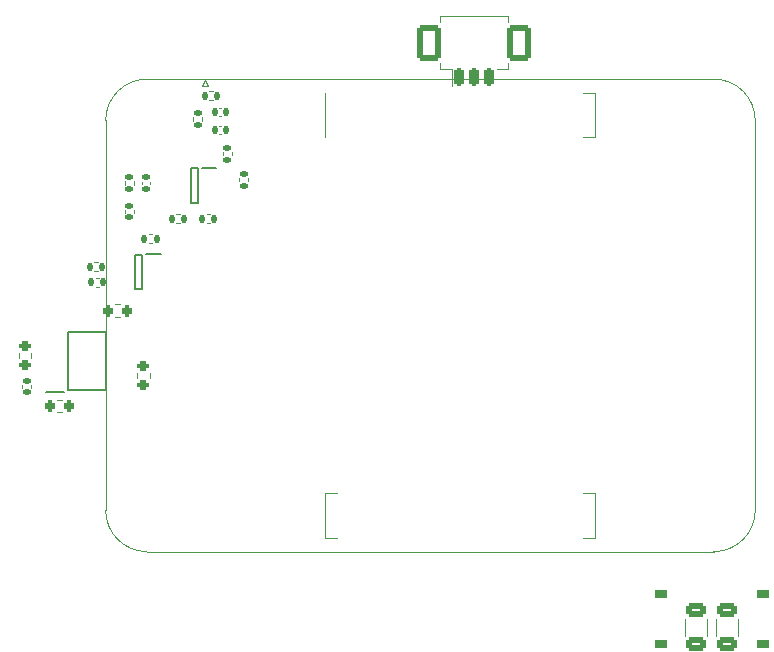
<source format=gbr>
%TF.GenerationSoftware,KiCad,Pcbnew,(5.99.0-3851-g809f4c2ffb)*%
%TF.CreationDate,2020-11-30T00:42:52+00:00*%
%TF.ProjectId,CM4,434d342e-6b69-4636-9164-5f7063625858,rev?*%
%TF.SameCoordinates,Original*%
%TF.FileFunction,Legend,Bot*%
%TF.FilePolarity,Positive*%
%FSLAX46Y46*%
G04 Gerber Fmt 4.6, Leading zero omitted, Abs format (unit mm)*
G04 Created by KiCad (PCBNEW (5.99.0-3851-g809f4c2ffb)) date 2020-11-30 00:42:52*
%MOMM*%
%LPD*%
G01*
G04 APERTURE LIST*
G04 Aperture macros list*
%AMRoundRect*
0 Rectangle with rounded corners*
0 $1 Rounding radius*
0 $2 $3 $4 $5 $6 $7 $8 $9 X,Y pos of 4 corners*
0 Add a 4 corners polygon primitive as box body*
4,1,4,$2,$3,$4,$5,$6,$7,$8,$9,$2,$3,0*
0 Add four circle primitives for the rounded corners*
1,1,$1+$1,$2,$3,0*
1,1,$1+$1,$4,$5,0*
1,1,$1+$1,$6,$7,0*
1,1,$1+$1,$8,$9,0*
0 Add four rect primitives between the rounded corners*
20,1,$1+$1,$2,$3,$4,$5,0*
20,1,$1+$1,$4,$5,$6,$7,0*
20,1,$1+$1,$6,$7,$8,$9,0*
20,1,$1+$1,$8,$9,$2,$3,0*%
G04 Aperture macros list end*
%ADD10C,0.120000*%
%ADD11C,0.200000*%
%ADD12R,1.000000X1.000000*%
%ADD13O,1.000000X1.000000*%
%ADD14C,5.500000*%
%ADD15R,1.700000X1.700000*%
%ADD16O,1.700000X1.700000*%
%ADD17C,0.670000*%
%ADD18RoundRect,0.500000X0.000000X-0.300000X0.000000X-0.300000X0.000000X0.300000X0.000000X0.300000X0*%
%ADD19C,1.500000*%
%ADD20RoundRect,0.250000X0.625000X-0.312500X0.625000X0.312500X-0.625000X0.312500X-0.625000X-0.312500X0*%
%ADD21RoundRect,0.135000X0.185000X-0.135000X0.185000X0.135000X-0.185000X0.135000X-0.185000X-0.135000X0*%
%ADD22RoundRect,0.200000X-0.200000X-0.600000X0.200000X-0.600000X0.200000X0.600000X-0.200000X0.600000X0*%
%ADD23RoundRect,0.250001X-0.799999X-1.249999X0.799999X-1.249999X0.799999X1.249999X-0.799999X1.249999X0*%
%ADD24RoundRect,0.135000X-0.185000X0.135000X-0.185000X-0.135000X0.185000X-0.135000X0.185000X0.135000X0*%
%ADD25RoundRect,0.140000X0.170000X-0.140000X0.170000X0.140000X-0.170000X0.140000X-0.170000X-0.140000X0*%
%ADD26RoundRect,0.140000X-0.140000X-0.170000X0.140000X-0.170000X0.140000X0.170000X-0.140000X0.170000X0*%
%ADD27RoundRect,0.135000X-0.135000X-0.185000X0.135000X-0.185000X0.135000X0.185000X-0.135000X0.185000X0*%
%ADD28RoundRect,0.140000X0.140000X0.170000X-0.140000X0.170000X-0.140000X-0.170000X0.140000X-0.170000X0*%
%ADD29R,1.525000X0.650000*%
%ADD30RoundRect,0.135000X0.135000X0.185000X-0.135000X0.185000X-0.135000X-0.185000X0.135000X-0.185000X0*%
%ADD31RoundRect,0.200000X-0.200000X-0.275000X0.200000X-0.275000X0.200000X0.275000X-0.200000X0.275000X0*%
%ADD32RoundRect,0.200000X0.275000X-0.200000X0.275000X0.200000X-0.275000X0.200000X-0.275000X-0.200000X0*%
%ADD33RoundRect,0.200000X-0.275000X0.200000X-0.275000X-0.200000X0.275000X-0.200000X0.275000X0.200000X0*%
%ADD34RoundRect,0.140000X-0.170000X0.140000X-0.170000X-0.140000X0.170000X-0.140000X0.170000X0.140000X0*%
%ADD35R,1.200000X0.600000*%
%ADD36C,6.100000*%
%ADD37R,0.200000X0.700000*%
%ADD38R,1.270000X3.600000*%
%ADD39R,1.350000X4.200000*%
G04 APERTURE END LIST*
D10*
%TO.C,R15*%
X135110000Y-132572936D02*
X135110000Y-134027064D01*
X133290000Y-132572936D02*
X133290000Y-134027064D01*
%TO.C,R3*%
X85820000Y-95536359D02*
X85820000Y-95843641D01*
X86580000Y-95536359D02*
X86580000Y-95843641D01*
%TO.C,J5*%
X118260000Y-81590000D02*
X118260000Y-82040000D01*
X118260000Y-86010000D02*
X117310000Y-86010000D01*
X112540000Y-81590000D02*
X118260000Y-81590000D01*
X118260000Y-85560000D02*
X118260000Y-86010000D01*
X112540000Y-85560000D02*
X112540000Y-86010000D01*
X113490000Y-86010000D02*
X113490000Y-87500000D01*
X112540000Y-86010000D02*
X113490000Y-86010000D01*
X112540000Y-82040000D02*
X112540000Y-81590000D01*
%TO.C,R2*%
X94120000Y-93353641D02*
X94120000Y-93046359D01*
X94880000Y-93353641D02*
X94880000Y-93046359D01*
%TO.C,C1*%
X86560000Y-97992164D02*
X86560000Y-98207836D01*
X85840000Y-97992164D02*
X85840000Y-98207836D01*
%TO.C,C2*%
X93792164Y-89340000D02*
X94007836Y-89340000D01*
X93792164Y-90060000D02*
X94007836Y-90060000D01*
%TO.C,R8*%
X83346359Y-103720000D02*
X83653641Y-103720000D01*
X83346359Y-104480000D02*
X83653641Y-104480000D01*
%TO.C,R6*%
X91620000Y-90453641D02*
X91620000Y-90146359D01*
X92380000Y-90453641D02*
X92380000Y-90146359D01*
%TO.C,C5*%
X77860000Y-112792164D02*
X77860000Y-113007836D01*
X77140000Y-112792164D02*
X77140000Y-113007836D01*
%TO.C,C4*%
X94007836Y-90840000D02*
X93792164Y-90840000D01*
X94007836Y-91560000D02*
X93792164Y-91560000D01*
D11*
%TO.C,IC3*%
X84200000Y-113250000D02*
X84200000Y-108350000D01*
X79125000Y-113380000D02*
X80650000Y-113380000D01*
X81000000Y-108350000D02*
X81000000Y-113250000D01*
X81000000Y-113250000D02*
X84200000Y-113250000D01*
X84200000Y-108350000D02*
X81000000Y-108350000D01*
D10*
%TO.C,R16*%
X135890000Y-132572936D02*
X135890000Y-134027064D01*
X137710000Y-132572936D02*
X137710000Y-134027064D01*
%TO.C,R1*%
X88153641Y-100020000D02*
X87846359Y-100020000D01*
X88153641Y-100780000D02*
X87846359Y-100780000D01*
%TO.C,R13*%
X84962742Y-105977500D02*
X85437258Y-105977500D01*
X84962742Y-107022500D02*
X85437258Y-107022500D01*
%TO.C,R9*%
X90453641Y-99080000D02*
X90146359Y-99080000D01*
X90453641Y-98320000D02*
X90146359Y-98320000D01*
%TO.C,R11*%
X77922500Y-110062742D02*
X77922500Y-110537258D01*
X76877500Y-110062742D02*
X76877500Y-110537258D01*
%TO.C,R10*%
X93053641Y-99080000D02*
X92746359Y-99080000D01*
X93053641Y-98320000D02*
X92746359Y-98320000D01*
%TO.C,R14*%
X86877500Y-112237258D02*
X86877500Y-111762742D01*
X87922500Y-112237258D02*
X87922500Y-111762742D01*
%TO.C,C3*%
X87240000Y-95807836D02*
X87240000Y-95592164D01*
X87960000Y-95807836D02*
X87960000Y-95592164D01*
D11*
%TO.C,IC1*%
X87300000Y-104650000D02*
X87300000Y-101750000D01*
X86700000Y-101750000D02*
X86700000Y-104650000D01*
X87300000Y-101750000D02*
X86700000Y-101750000D01*
X86700000Y-104650000D02*
X87300000Y-104650000D01*
X88850000Y-101700000D02*
X87650000Y-101700000D01*
%TO.C,IC2*%
X93550000Y-94400000D02*
X92350000Y-94400000D01*
X91400000Y-97350000D02*
X92000000Y-97350000D01*
X92000000Y-94450000D02*
X91400000Y-94450000D01*
X92000000Y-97350000D02*
X92000000Y-94450000D01*
X91400000Y-94450000D02*
X91400000Y-97350000D01*
D10*
%TO.C,R4*%
X93253641Y-87920000D02*
X92946359Y-87920000D01*
X93253641Y-88680000D02*
X92946359Y-88680000D01*
%TO.C,Module1*%
X102800000Y-121970000D02*
X103800000Y-121970000D01*
X102800000Y-121970000D02*
X102800000Y-125750000D01*
X125600000Y-91830000D02*
X124600000Y-91830000D01*
X125600000Y-125750000D02*
X124600000Y-125750000D01*
X125600000Y-121970000D02*
X124600000Y-121970000D01*
X87700000Y-86900000D02*
X135700000Y-86900000D01*
X139200000Y-90400000D02*
X139200000Y-123400000D01*
X135700000Y-126900000D02*
X87700000Y-126900000D01*
X102800000Y-125750000D02*
X103800000Y-125750000D01*
X125600000Y-88050000D02*
X125600000Y-91830000D01*
X102800000Y-88050000D02*
X102800000Y-91830000D01*
X125600000Y-88050000D02*
X124600000Y-88050000D01*
X84200000Y-123400000D02*
X84200000Y-90400000D01*
X125600000Y-121970000D02*
X125600000Y-125750000D01*
X139200000Y-90400000D02*
G75*
G03*
X135700000Y-86900000I-3500000J0D01*
G01*
X87700000Y-86900000D02*
G75*
G03*
X84200000Y-90400000I0J-3500000D01*
G01*
X135700000Y-126900000D02*
G75*
G03*
X139200000Y-123400000I0J3500000D01*
G01*
X84200000Y-123400000D02*
G75*
G03*
X87700000Y-126900000I3500000J0D01*
G01*
%TO.C,R5*%
X95520000Y-95553641D02*
X95520000Y-95246359D01*
X96280000Y-95553641D02*
X96280000Y-95246359D01*
%TO.C,J1*%
X92850000Y-87460000D02*
X92350000Y-87460000D01*
X92600000Y-86960000D02*
X92850000Y-87460000D01*
X92350000Y-87460000D02*
X92600000Y-86960000D01*
%TO.C,R12*%
X80062742Y-115122500D02*
X80537258Y-115122500D01*
X80062742Y-114077500D02*
X80537258Y-114077500D01*
%TO.C,R7*%
X83553641Y-103180000D02*
X83246359Y-103180000D01*
X83553641Y-102420000D02*
X83246359Y-102420000D01*
%TD*%
%LPC*%
D12*
%TO.C,J3*%
X127800000Y-83900000D03*
D13*
X127800000Y-85170000D03*
X126530000Y-83900000D03*
X126530000Y-85170000D03*
X125260000Y-83900000D03*
X125260000Y-85170000D03*
X123990000Y-83900000D03*
X123990000Y-85170000D03*
X122720000Y-83900000D03*
X122720000Y-85170000D03*
%TD*%
D14*
%TO.C,H3*%
X146000000Y-85600000D03*
%TD*%
D15*
%TO.C,J6*%
X79300000Y-93100000D03*
D16*
X79300000Y-90560000D03*
%TD*%
D14*
%TO.C,H2*%
X78400000Y-85500000D03*
%TD*%
%TO.C,H4*%
X146750000Y-132250000D03*
%TD*%
D17*
%TO.C,J2*%
X138400000Y-131050000D03*
X132600000Y-131050000D03*
D18*
X131180000Y-130520000D03*
X139820000Y-130520000D03*
X139820000Y-134700000D03*
X131180000Y-134700000D03*
%TD*%
D19*
%TO.C,S1*%
X148650000Y-122850000D03*
X148650000Y-116350000D03*
X144150000Y-116350000D03*
X144150000Y-122850000D03*
%TD*%
D14*
%TO.C,H1*%
X78600000Y-132000000D03*
%TD*%
D20*
%TO.C,R15*%
X134200000Y-131837500D03*
X134200000Y-134762500D03*
%TD*%
D21*
%TO.C,R3*%
X86200000Y-95180000D03*
X86200000Y-96200000D03*
%TD*%
D22*
%TO.C,J5*%
X114150000Y-86700000D03*
X115400000Y-86700000D03*
X116650000Y-86700000D03*
D23*
X119200000Y-83800000D03*
X111600000Y-83800000D03*
%TD*%
D24*
%TO.C,R2*%
X94500000Y-93710000D03*
X94500000Y-92690000D03*
%TD*%
D25*
%TO.C,C1*%
X86200000Y-97620000D03*
X86200000Y-98580000D03*
%TD*%
D26*
%TO.C,C2*%
X93420000Y-89700000D03*
X94380000Y-89700000D03*
%TD*%
D27*
%TO.C,R8*%
X82990000Y-104100000D03*
X84010000Y-104100000D03*
%TD*%
D24*
%TO.C,R6*%
X92000000Y-90810000D03*
X92000000Y-89790000D03*
%TD*%
D25*
%TO.C,C5*%
X77500000Y-112420000D03*
X77500000Y-113380000D03*
%TD*%
D28*
%TO.C,C4*%
X94380000Y-91200000D03*
X93420000Y-91200000D03*
%TD*%
D29*
%TO.C,IC3*%
X79888000Y-112705000D03*
X79888000Y-111435000D03*
X79888000Y-110165000D03*
X79888000Y-108895000D03*
X85312000Y-108895000D03*
X85312000Y-110165000D03*
X85312000Y-111435000D03*
X85312000Y-112705000D03*
%TD*%
D20*
%TO.C,R16*%
X136800000Y-131837500D03*
X136800000Y-134762500D03*
%TD*%
D30*
%TO.C,R1*%
X88510000Y-100400000D03*
X87490000Y-100400000D03*
%TD*%
D31*
%TO.C,R13*%
X84375000Y-106500000D03*
X86025000Y-106500000D03*
%TD*%
D30*
%TO.C,R9*%
X90810000Y-98700000D03*
X89790000Y-98700000D03*
%TD*%
D32*
%TO.C,R11*%
X77400000Y-109475000D03*
X77400000Y-111125000D03*
%TD*%
D30*
%TO.C,R10*%
X93410000Y-98700000D03*
X92390000Y-98700000D03*
%TD*%
D33*
%TO.C,R14*%
X87400000Y-112825000D03*
X87400000Y-111175000D03*
%TD*%
D34*
%TO.C,C3*%
X87600000Y-96180000D03*
X87600000Y-95220000D03*
%TD*%
D35*
%TO.C,IC1*%
X88250000Y-102250000D03*
X88250000Y-103200000D03*
X88250000Y-104150000D03*
X85750000Y-104150000D03*
X85750000Y-102250000D03*
%TD*%
%TO.C,IC2*%
X92950000Y-94950000D03*
X92950000Y-95900000D03*
X92950000Y-96850000D03*
X90450000Y-96850000D03*
X90450000Y-94950000D03*
%TD*%
D30*
%TO.C,R4*%
X93610000Y-88300000D03*
X92590000Y-88300000D03*
%TD*%
D36*
%TO.C,Module1*%
X87700000Y-123400000D03*
X87700000Y-90400000D03*
X135700000Y-90400000D03*
X135700000Y-123400000D03*
D37*
X104400000Y-88400000D03*
X104400000Y-91480000D03*
X104800000Y-88400000D03*
X104800000Y-91480000D03*
X105200000Y-88400000D03*
X105200000Y-91480000D03*
X105600000Y-88400000D03*
X105600000Y-91480000D03*
X106000000Y-88400000D03*
X106000000Y-91480000D03*
X106400000Y-88400000D03*
X106400000Y-91480000D03*
X106800000Y-88400000D03*
X106800000Y-91480000D03*
X107200000Y-88400000D03*
X107200000Y-91480000D03*
X107600000Y-88400000D03*
X107600000Y-91480000D03*
X108000000Y-88400000D03*
X108000000Y-91480000D03*
X108400000Y-88400000D03*
X108400000Y-91480000D03*
X108800000Y-88400000D03*
X108800000Y-91480000D03*
X109200000Y-88400000D03*
X109200000Y-91480000D03*
X109600000Y-88400000D03*
X109600000Y-91480000D03*
X110000000Y-88400000D03*
X110000000Y-91480000D03*
X110400000Y-88400000D03*
X110400000Y-91480000D03*
X110800000Y-88400000D03*
X110800000Y-91480000D03*
X111200000Y-88400000D03*
X111200000Y-91480000D03*
X111600000Y-88400000D03*
X111600000Y-91480000D03*
X112000000Y-88400000D03*
X112000000Y-91480000D03*
X112400000Y-88400000D03*
X112400000Y-91480000D03*
X112800000Y-88400000D03*
X112800000Y-91480000D03*
X113200000Y-88400000D03*
X113200000Y-91480000D03*
X113600000Y-88400000D03*
X113600000Y-91480000D03*
X114000000Y-88400000D03*
X114000000Y-91480000D03*
X114400000Y-88400000D03*
X114400000Y-91480000D03*
X114800000Y-88400000D03*
X114800000Y-91480000D03*
X115200000Y-88400000D03*
X115200000Y-91480000D03*
X115600000Y-88400000D03*
X115600000Y-91480000D03*
X116000000Y-88400000D03*
X116000000Y-91480000D03*
X116400000Y-88400000D03*
X116400000Y-91480000D03*
X116800000Y-88400000D03*
X116800000Y-91480000D03*
X117200000Y-88400000D03*
X117200000Y-91480000D03*
X117600000Y-88400000D03*
X117600000Y-91480000D03*
X118000000Y-88400000D03*
X118000000Y-91480000D03*
X118400000Y-88400000D03*
X118400000Y-91480000D03*
X118800000Y-88400000D03*
X118800000Y-91480000D03*
X119200000Y-88400000D03*
X119200000Y-91480000D03*
X119600000Y-88400000D03*
X119600000Y-91480000D03*
X120000000Y-88400000D03*
X120000000Y-91480000D03*
X120400000Y-88400000D03*
X120400000Y-91480000D03*
X120800000Y-88400000D03*
X120800000Y-91480000D03*
X121200000Y-88400000D03*
X121200000Y-91480000D03*
X121600000Y-88400000D03*
X121600000Y-91480000D03*
X122000000Y-88400000D03*
X122000000Y-91480000D03*
X122400000Y-88400000D03*
X122400000Y-91480000D03*
X122800000Y-88400000D03*
X122800000Y-91480000D03*
X123200000Y-88400000D03*
X123200000Y-91480000D03*
X123600000Y-88400000D03*
X123600000Y-91480000D03*
X124000000Y-88400000D03*
X124000000Y-91480000D03*
X104400000Y-122320000D03*
X104400000Y-125400000D03*
X104800000Y-122320000D03*
X104800000Y-125400000D03*
X105200000Y-122320000D03*
X105200000Y-125400000D03*
X105600000Y-122320000D03*
X105600000Y-125400000D03*
X106000000Y-122320000D03*
X106000000Y-125400000D03*
X106400000Y-122320000D03*
X106400000Y-125400000D03*
X106800000Y-122320000D03*
X106800000Y-125400000D03*
X107200000Y-122320000D03*
X107200000Y-125400000D03*
X107600000Y-122320000D03*
X107600000Y-125400000D03*
X108000000Y-122320000D03*
X108000000Y-125400000D03*
X108400000Y-122320000D03*
X108400000Y-125400000D03*
X108800000Y-122320000D03*
X108800000Y-125400000D03*
X109200000Y-122320000D03*
X109200000Y-125400000D03*
X109600000Y-122320000D03*
X109600000Y-125400000D03*
X110000000Y-122320000D03*
X110000000Y-125400000D03*
X110400000Y-122320000D03*
X110400000Y-125400000D03*
X110800000Y-122320000D03*
X110800000Y-125400000D03*
X111200000Y-122320000D03*
X111200000Y-125400000D03*
X111600000Y-122320000D03*
X111600000Y-125400000D03*
X112000000Y-122320000D03*
X112000000Y-125400000D03*
X112400000Y-122320000D03*
X112400000Y-125400000D03*
X112800000Y-122320000D03*
X112800000Y-125400000D03*
X113200000Y-122320000D03*
X113200000Y-125400000D03*
X113600000Y-122320000D03*
X113600000Y-125400000D03*
X114000000Y-122320000D03*
X114000000Y-125400000D03*
X114400000Y-122320000D03*
X114400000Y-125400000D03*
X114800000Y-122320000D03*
X114800000Y-125400000D03*
X115200000Y-122320000D03*
X115200000Y-125400000D03*
X115600000Y-122320000D03*
X115600000Y-125400000D03*
X116000000Y-122320000D03*
X116000000Y-125400000D03*
X116400000Y-122320000D03*
X116400000Y-125400000D03*
X116800000Y-122320000D03*
X116800000Y-125400000D03*
X117200000Y-122320000D03*
X117200000Y-125400000D03*
X117600000Y-122320000D03*
X117600000Y-125400000D03*
X118000000Y-122320000D03*
X118000000Y-125400000D03*
X118400000Y-122320000D03*
X118400000Y-125400000D03*
X118800000Y-122320000D03*
X118800000Y-125400000D03*
X119200000Y-122320000D03*
X119200000Y-125400000D03*
X119600000Y-122320000D03*
X119600000Y-125400000D03*
X120000000Y-122320000D03*
X120000000Y-125400000D03*
X120400000Y-122320000D03*
X120400000Y-125400000D03*
X120800000Y-122320000D03*
X120800000Y-125400000D03*
X121200000Y-122320000D03*
X121200000Y-125400000D03*
X121600000Y-122320000D03*
X121600000Y-125400000D03*
X122000000Y-122320000D03*
X122000000Y-125400000D03*
X122400000Y-122320000D03*
X122400000Y-125400000D03*
X122800000Y-122320000D03*
X122800000Y-125400000D03*
X123200000Y-122320000D03*
X123200000Y-125400000D03*
X123600000Y-122320000D03*
X123600000Y-125400000D03*
X124000000Y-122320000D03*
X124000000Y-125400000D03*
%TD*%
D24*
%TO.C,R5*%
X95900000Y-95910000D03*
X95900000Y-94890000D03*
%TD*%
D38*
%TO.C,J1*%
X92600000Y-84500000D03*
D39*
X89775000Y-84700000D03*
X95425000Y-84700000D03*
%TD*%
D31*
%TO.C,R12*%
X79475000Y-114600000D03*
X81125000Y-114600000D03*
%TD*%
D30*
%TO.C,R7*%
X83910000Y-102800000D03*
X82890000Y-102800000D03*
%TD*%
M02*

</source>
